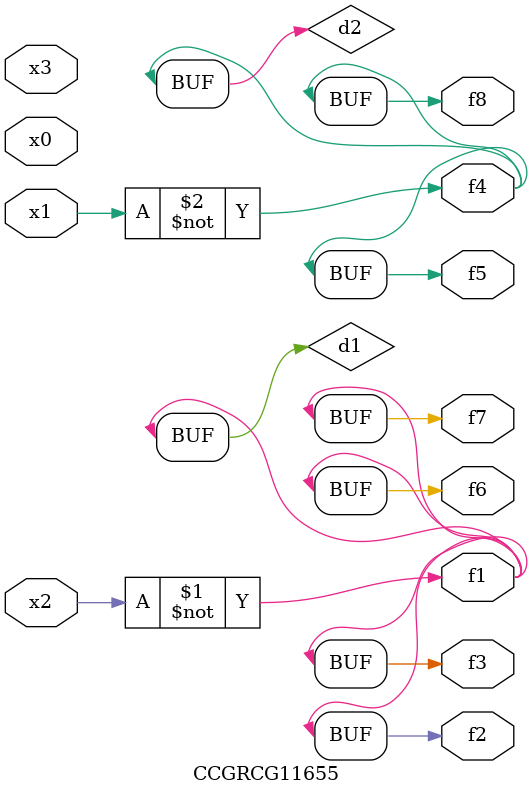
<source format=v>
module CCGRCG11655(
	input x0, x1, x2, x3,
	output f1, f2, f3, f4, f5, f6, f7, f8
);

	wire d1, d2;

	xnor (d1, x2);
	not (d2, x1);
	assign f1 = d1;
	assign f2 = d1;
	assign f3 = d1;
	assign f4 = d2;
	assign f5 = d2;
	assign f6 = d1;
	assign f7 = d1;
	assign f8 = d2;
endmodule

</source>
